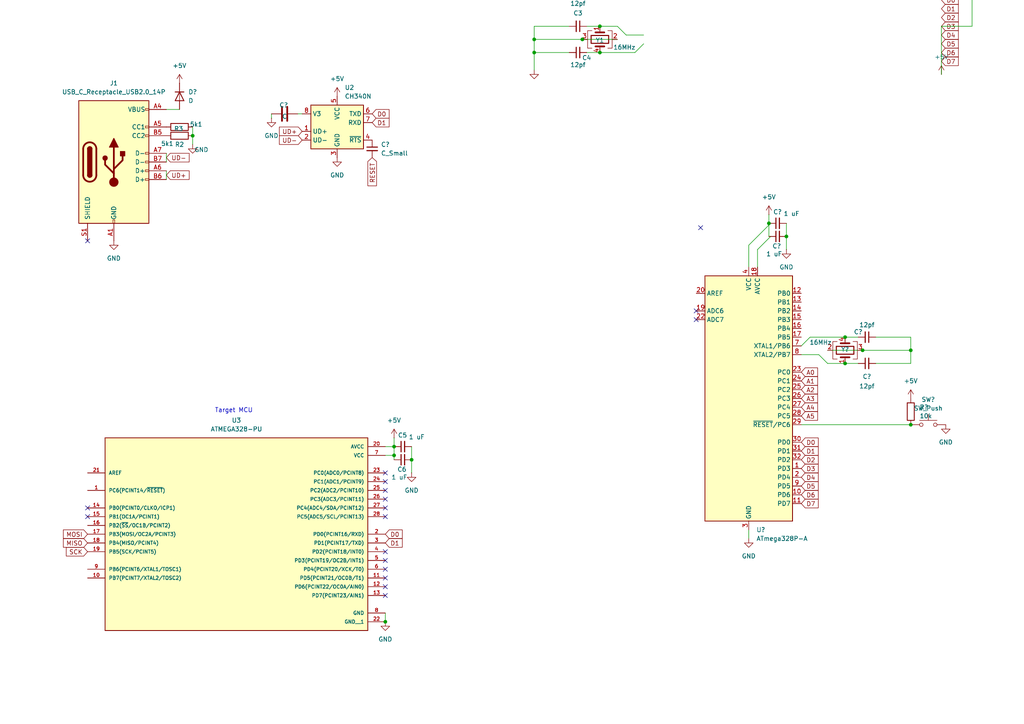
<source format=kicad_sch>
(kicad_sch (version 20231120) (generator "eeschema") (generator_version "8.0")
  (paper "A4")
  (lib_symbols
    (symbol "ATMEGA328-PU:ATMEGA328-PU" (pin_names (offset 1.016))
      (property "Reference" "U" (at -38.1 26.289 0))
      (property "Value" "ATMEGA328-PU" (at -38.1 -33.02 0))
      (symbol "ATMEGA328-PU_0_0"
        (rectangle (start -38.1 -30.48) (end 38.1 25.4) (stroke (width 0.254)) (fill (type background)))
        (pin bidirectional line (at -43.18 10.16 0) (length 5.08) (name "PC6(PCINT14/~{RESET})") (number "1"))
        (pin bidirectional line (at -43.18 -15.24 0) (length 5.08) (name "PB7(PCINT7/XTAL2/TOSC2)") (number "10"))
        (pin bidirectional line (at 43.18 -15.24 180) (length 5.08) (name "PD5(PCINT21/OC0B/T1)") (number "11"))
        (pin bidirectional line (at 43.18 -17.78 180) (length 5.08) (name "PD6(PCINT22/OC0A/AIN0)") (number "12"))
        (pin bidirectional line (at 43.18 -20.32 180) (length 5.08) (name "PD7(PCINT23/AIN1)") (number "13"))
        (pin bidirectional line (at -43.18 5.08 0) (length 5.08) (name "PB0(PCINT0/CLKO/ICP1)") (number "14"))
        (pin bidirectional line (at -43.18 2.54 0) (length 5.08) (name "PB1(OC1A/PCINT1)") (number "15"))
        (pin bidirectional line (at -43.18 0 0) (length 5.08) (name "PB2(~{SS}/OC1B/PCINT2)") (number "16"))
        (pin bidirectional line (at -43.18 -2.54 0) (length 5.08) (name "PB3(MOSI/OC2A/PCINT3)") (number "17"))
        (pin bidirectional line (at -43.18 -5.08 0) (length 5.08) (name "PB4(MISO/PCINT4)") (number "18"))
        (pin bidirectional line (at -43.18 -7.62 0) (length 5.08) (name "PB5(SCK/PCINT5)") (number "19"))
        (pin bidirectional line (at 43.18 -2.54 180) (length 5.08) (name "PD0(PCINT16/RXD)") (number "2"))
        (pin power_in line (at 43.18 22.86 180) (length 5.08) (name "AVCC") (number "20"))
        (pin input line (at -43.18 15.24 0) (length 5.08) (name "AREF") (number "21"))
        (pin power_in line (at 43.18 -27.94 180) (length 5.08) (name "GND__1") (number "22"))
        (pin bidirectional line (at 43.18 15.24 180) (length 5.08) (name "PC0(ADC0/PCINT8)") (number "23"))
        (pin bidirectional line (at 43.18 12.7 180) (length 5.08) (name "PC1(ADC1/PCINT9)") (number "24"))
        (pin bidirectional line (at 43.18 10.16 180) (length 5.08) (name "PC2(ADC2/PCINT10)") (number "25"))
        (pin bidirectional line (at 43.18 7.62 180) (length 5.08) (name "PC3(ADC3/PCINT11)") (number "26"))
        (pin bidirectional line (at 43.18 5.08 180) (length 5.08) (name "PC4(ADC4/SDA/PCINT12)") (number "27"))
        (pin bidirectional line (at 43.18 2.54 180) (length 5.08) (name "PC5(ADC5/SCL/PCINT13)") (number "28"))
        (pin bidirectional line (at 43.18 -5.08 180) (length 5.08) (name "PD1(PCINT17/TXD)") (number "3"))
        (pin bidirectional line (at 43.18 -7.62 180) (length 5.08) (name "PD2(PCINT18/INT0)") (number "4"))
        (pin bidirectional line (at 43.18 -10.16 180) (length 5.08) (name "PD3(PCINT19/OC2B/INT1)") (number "5"))
        (pin bidirectional line (at 43.18 -12.7 180) (length 5.08) (name "PD4(PCINT20/XCK/T0)") (number "6"))
        (pin power_in line (at 43.18 20.32 180) (length 5.08) (name "VCC") (number "7"))
        (pin power_in line (at 43.18 -25.4 180) (length 5.08) (name "GND") (number "8"))
        (pin bidirectional line (at -43.18 -12.7 0) (length 5.08) (name "PB6(PCINT6/XTAL1/TOSC1)") (number "9"))
      )
    )
    (symbol "Connector:USB_C_Receptacle_USB2.0_14P" (pin_names (offset 1.016))
      (property "Reference" "J" (at 0 22.225 0))
      (property "Value" "USB_C_Receptacle_USB2.0_14P" (at 0 19.685 0))
      (symbol "USB_C_Receptacle_USB2.0_14P_0_0"
        (rectangle (start -0.254 -17.78) (end 0.254 -16.764))
        (rectangle (start 10.16 -4.826) (end 9.144 -5.334))
        (rectangle (start 10.16 -2.286) (end 9.144 -2.794))
        (rectangle (start 10.16 0.254) (end 9.144 -0.254))
        (rectangle (start 10.16 2.794) (end 9.144 2.286))
        (rectangle (start 10.16 7.874) (end 9.144 7.366))
        (rectangle (start 10.16 10.414) (end 9.144 9.906))
        (rectangle (start 10.16 15.494) (end 9.144 14.986))
      )
      (symbol "USB_C_Receptacle_USB2.0_14P_0_1"
        (rectangle (start -10.16 17.78) (end 10.16 -17.78) (stroke (width 0.254)) (fill (type background)))
        (arc (start -8.89 -3.81) (mid -6.985 -5.7067) (end -5.08 -3.81) (stroke (width 0.508)))
        (arc (start -7.62 -3.81) (mid -6.985 -4.4423) (end -6.35 -3.81) (stroke (width 0.254)))
        (arc (start -7.62 -3.81) (mid -6.985 -4.4423) (end -6.35 -3.81) (stroke (width 0.254)) (fill (type outline)))
        (rectangle (start -7.62 -3.81) (end -6.35 3.81) (stroke (width 0.254)) (fill (type outline)))
        (arc (start -6.35 3.81) (mid -6.985 4.4423) (end -7.62 3.81) (stroke (width 0.254)))
        (arc (start -6.35 3.81) (mid -6.985 4.4423) (end -7.62 3.81) (stroke (width 0.254)) (fill (type outline)))
        (arc (start -5.08 3.81) (mid -6.985 5.7067) (end -8.89 3.81) (stroke (width 0.508)))
        (circle (center -2.54 1.143) (radius 0.635) (stroke (width 0.254)) (fill (type outline)))
        (circle (center 0 -5.842) (radius 1.27) (fill (type outline)))
        (polyline (pts (xy -8.89 -3.81) (xy -8.89 3.81)) (stroke (width 0.508)))
        (polyline (pts (xy -5.08 3.81) (xy -5.08 -3.81)) (stroke (width 0.508)))
        (polyline (pts (xy 0 -5.842) (xy 0 4.318)) (stroke (width 0.508)))
        (polyline (pts (xy 0 -3.302) (xy -2.54 -0.762) (xy -2.54 0.508)) (stroke (width 0.508)))
        (polyline (pts (xy 0 -2.032) (xy 2.54 0.508) (xy 2.54 1.778)) (stroke (width 0.508)))
        (polyline (pts (xy -1.27 4.318) (xy 0 6.858) (xy 1.27 4.318) (xy -1.27 4.318)) (stroke (width 0.254)) (fill (type outline)))
        (rectangle (start 1.905 1.778) (end 3.175 3.048) (stroke (width 0.254)) (fill (type outline)))
      )
      (symbol "USB_C_Receptacle_USB2.0_14P_1_1"
        (pin passive line (at 0 -22.86 90) (length 5.08) (name "GND") (number "A1"))
        (pin passive line (at 0 -22.86 90) (length 5.08) hide (name "GND") (number "A12"))
        (pin passive line (at 15.24 15.24 180) (length 5.08) (name "VBUS") (number "A4"))
        (pin bidirectional line (at 15.24 10.16 180) (length 5.08) (name "CC1") (number "A5"))
        (pin bidirectional line (at 15.24 -2.54 180) (length 5.08) (name "D+") (number "A6"))
        (pin bidirectional line (at 15.24 2.54 180) (length 5.08) (name "D-") (number "A7"))
        (pin passive line (at 15.24 15.24 180) (length 5.08) hide (name "VBUS") (number "A9"))
        (pin passive line (at 0 -22.86 90) (length 5.08) hide (name "GND") (number "B1"))
        (pin passive line (at 0 -22.86 90) (length 5.08) hide (name "GND") (number "B12"))
        (pin passive line (at 15.24 15.24 180) (length 5.08) hide (name "VBUS") (number "B4"))
        (pin bidirectional line (at 15.24 7.62 180) (length 5.08) (name "CC2") (number "B5"))
        (pin bidirectional line (at 15.24 -5.08 180) (length 5.08) (name "D+") (number "B6"))
        (pin bidirectional line (at 15.24 0 180) (length 5.08) (name "D-") (number "B7"))
        (pin passive line (at 15.24 15.24 180) (length 5.08) hide (name "VBUS") (number "B9"))
        (pin passive line (at -7.62 -22.86 90) (length 5.08) (name "SHIELD") (number "S1"))
      )
    )
    (symbol "Device:C" (pin_numbers hide) (pin_names (offset 0.254))
      (property "Reference" "C" (at 0.635 2.54 0))
      (property "Value" "C" (at 0.635 -2.54 0))
      (symbol "C_0_1"
        (polyline (pts (xy -2.032 -0.762) (xy 2.032 -0.762)) (stroke (width 0.508)))
        (polyline (pts (xy -2.032 0.762) (xy 2.032 0.762)) (stroke (width 0.508)))
      )
      (symbol "C_1_1"
        (pin passive line (at 0 3.81 270) (length 2.794) (name "~") (number "1"))
        (pin passive line (at 0 -3.81 90) (length 2.794) (name "~") (number "2"))
      )
    )
    (symbol "Device:C_Small" (pin_numbers hide) (pin_names (offset 0.254) hide)
      (property "Reference" "C" (at 0.254 1.778 0))
      (property "Value" "C_Small" (at 0.254 -2.032 0))
      (symbol "C_Small_0_1"
        (polyline (pts (xy -1.524 -0.508) (xy 1.524 -0.508)) (stroke (width 0.3302)))
        (polyline (pts (xy -1.524 0.508) (xy 1.524 0.508)) (stroke (width 0.3048)))
      )
      (symbol "C_Small_1_1"
        (pin passive line (at 0 2.54 270) (length 2.032) (name "~") (number "1"))
        (pin passive line (at 0 -2.54 90) (length 2.032) (name "~") (number "2"))
      )
    )
    (symbol "Device:Crystal_GND23" (pin_names (offset 1.016) hide)
      (property "Reference" "Y" (at 3.175 5.08 0))
      (property "Value" "Crystal_GND23" (at 3.175 3.175 0))
      (symbol "Crystal_GND23_0_1"
        (rectangle (start -1.143 2.54) (end 1.143 -2.54) (stroke (width 0.3048)))
        (polyline (pts (xy -2.54 0) (xy -2.032 0)))
        (polyline (pts (xy -2.032 -1.27) (xy -2.032 1.27)) (stroke (width 0.508)))
        (polyline (pts (xy 0 -3.81) (xy 0 -3.556)))
        (polyline (pts (xy 0 3.556) (xy 0 3.81)))
        (polyline (pts (xy 2.032 -1.27) (xy 2.032 1.27)) (stroke (width 0.508)))
        (polyline (pts (xy 2.032 0) (xy 2.54 0)))
        (polyline (pts (xy -2.54 -2.286) (xy -2.54 -3.556) (xy 2.54 -3.556) (xy 2.54 -2.286)))
        (polyline (pts (xy -2.54 2.286) (xy -2.54 3.556) (xy 2.54 3.556) (xy 2.54 2.286)))
      )
      (symbol "Crystal_GND23_1_1"
        (pin passive line (at -3.81 0 0) (length 1.27) (name "1") (number "1"))
        (pin passive line (at 0 5.08 270) (length 1.27) (name "2") (number "2"))
        (pin passive line (at 0 -5.08 90) (length 1.27) (name "3") (number "3"))
        (pin passive line (at 3.81 0 180) (length 1.27) (name "4") (number "4"))
      )
    )
    (symbol "Device:D" (pin_numbers hide) (pin_names (offset 1.016) hide)
      (property "Reference" "D" (at 0 2.54 0))
      (property "Value" "D" (at 0 -2.54 0))
      (symbol "D_0_1"
        (polyline (pts (xy -1.27 1.27) (xy -1.27 -1.27)) (stroke (width 0.254)))
        (polyline (pts (xy 1.27 0) (xy -1.27 0)))
        (polyline (pts (xy 1.27 1.27) (xy 1.27 -1.27) (xy -1.27 0) (xy 1.27 1.27)) (stroke (width 0.254)))
      )
      (symbol "D_1_1"
        (pin passive line (at -3.81 0 0) (length 2.54) (name "K") (number "1"))
        (pin passive line (at 3.81 0 180) (length 2.54) (name "A") (number "2"))
      )
    )
    (symbol "Device:R" (pin_numbers hide) (pin_names (offset 0))
      (property "Reference" "R" (at 2.032 0 90))
      (property "Value" "R" (at 0 0 90))
      (symbol "R_0_1"
        (rectangle (start -1.016 -2.54) (end 1.016 2.54) (stroke (width 0.254)))
      )
      (symbol "R_1_1"
        (pin passive line (at 0 3.81 270) (length 1.27) (name "~") (number "1"))
        (pin passive line (at 0 -3.81 90) (length 1.27) (name "~") (number "2"))
      )
    )
    (symbol "Interface_USB:CH340N"
      (property "Reference" "U" (at -7.62 6.35 0))
      (property "Value" "CH340N" (at 7.62 6.35 0))
      (symbol "CH340N_0_1"
        (rectangle (start -7.62 5.08) (end 7.62 -7.62) (stroke (width 0.254)) (fill (type background)))
      )
      (symbol "CH340N_1_1"
        (pin bidirectional line (at -10.16 -2.54 0) (length 2.54) (name "UD+") (number "1"))
        (pin bidirectional line (at -10.16 -5.08 0) (length 2.54) (name "UD-") (number "2"))
        (pin power_in line (at 0 -10.16 90) (length 2.54) (name "GND") (number "3"))
        (pin output line (at 10.16 -5.08 180) (length 2.54) (name "~{RTS}") (number "4"))
        (pin power_in line (at 0 7.62 270) (length 2.54) (name "VCC") (number "5"))
        (pin output line (at 10.16 2.54 180) (length 2.54) (name "TXD") (number "6"))
        (pin input line (at 10.16 0 180) (length 2.54) (name "RXD") (number "7"))
        (pin passive line (at -10.16 2.54 0) (length 2.54) (name "V3") (number "8"))
      )
    )
    (symbol "MCU_Microchip_ATmega:ATmega328P-A"
      (property "Reference" "U" (at -12.7 36.83 0))
      (property "Value" "ATmega328P-A" (at 2.54 -36.83 0))
      (symbol "ATmega328P-A_0_1"
        (rectangle (start -12.7 -35.56) (end 12.7 35.56) (stroke (width 0.254)) (fill (type background)))
      )
      (symbol "ATmega328P-A_1_1"
        (pin bidirectional line (at 15.24 -20.32 180) (length 2.54) (name "PD3") (number "1"))
        (pin bidirectional line (at 15.24 -27.94 180) (length 2.54) (name "PD6") (number "10"))
        (pin bidirectional line (at 15.24 -30.48 180) (length 2.54) (name "PD7") (number "11"))
        (pin bidirectional line (at 15.24 30.48 180) (length 2.54) (name "PB0") (number "12"))
        (pin bidirectional line (at 15.24 27.94 180) (length 2.54) (name "PB1") (number "13"))
        (pin bidirectional line (at 15.24 25.4 180) (length 2.54) (name "PB2") (number "14"))
        (pin bidirectional line (at 15.24 22.86 180) (length 2.54) (name "PB3") (number "15"))
        (pin bidirectional line (at 15.24 20.32 180) (length 2.54) (name "PB4") (number "16"))
        (pin bidirectional line (at 15.24 17.78 180) (length 2.54) (name "PB5") (number "17"))
        (pin power_in line (at 2.54 38.1 270) (length 2.54) (name "AVCC") (number "18"))
        (pin input line (at -15.24 25.4 0) (length 2.54) (name "ADC6") (number "19"))
        (pin bidirectional line (at 15.24 -22.86 180) (length 2.54) (name "PD4") (number "2"))
        (pin passive line (at -15.24 30.48 0) (length 2.54) (name "AREF") (number "20"))
        (pin passive line (at 0 -38.1 90) (length 2.54) hide (name "GND") (number "21"))
        (pin input line (at -15.24 22.86 0) (length 2.54) (name "ADC7") (number "22"))
        (pin bidirectional line (at 15.24 7.62 180) (length 2.54) (name "PC0") (number "23"))
        (pin bidirectional line (at 15.24 5.08 180) (length 2.54) (name "PC1") (number "24"))
        (pin bidirectional line (at 15.24 2.54 180) (length 2.54) (name "PC2") (number "25"))
        (pin bidirectional line (at 15.24 0 180) (length 2.54) (name "PC3") (number "26"))
        (pin bidirectional line (at 15.24 -2.54 180) (length 2.54) (name "PC4") (number "27"))
        (pin bidirectional line (at 15.24 -5.08 180) (length 2.54) (name "PC5") (number "28"))
        (pin bidirectional line (at 15.24 -7.62 180) (length 2.54) (name "~{RESET}/PC6") (number "29"))
        (pin power_in line (at 0 -38.1 90) (length 2.54) (name "GND") (number "3"))
        (pin bidirectional line (at 15.24 -12.7 180) (length 2.54) (name "PD0") (number "30"))
        (pin bidirectional line (at 15.24 -15.24 180) (length 2.54) (name "PD1") (number "31"))
        (pin bidirectional line (at 15.24 -17.78 180) (length 2.54) (name "PD2") (number "32"))
        (pin power_in line (at 0 38.1 270) (length 2.54) (name "VCC") (number "4"))
        (pin passive line (at 0 -38.1 90) (length 2.54) hide (name "GND") (number "5"))
        (pin passive line (at 0 38.1 270) (length 2.54) hide (name "VCC") (number "6"))
        (pin bidirectional line (at 15.24 15.24 180) (length 2.54) (name "XTAL1/PB6") (number "7"))
        (pin bidirectional line (at 15.24 12.7 180) (length 2.54) (name "XTAL2/PB7") (number "8"))
        (pin bidirectional line (at 15.24 -25.4 180) (length 2.54) (name "PD5") (number "9"))
      )
    )
    (symbol "Switch:SW_Push" (pin_numbers hide) (pin_names (offset 1.016) hide)
      (property "Reference" "SW" (at 1.27 2.54 0))
      (property "Value" "SW_Push" (at 0 -1.524 0))
      (symbol "SW_Push_0_1"
        (circle (center -2.032 0) (radius 0.508))
        (polyline (pts (xy 0 1.27) (xy 0 3.048)))
        (polyline (pts (xy 2.54 1.27) (xy -2.54 1.27)))
        (circle (center 2.032 0) (radius 0.508))
        (pin passive line (at -5.08 0 0) (length 2.54) (name "1") (number "1"))
        (pin passive line (at 5.08 0 180) (length 2.54) (name "2") (number "2"))
      )
    )
    (symbol "power:+5V" (power) (pin_numbers hide) (pin_names (offset 0) hide)
      (property "Value" "+5V" (at 0 3.556 0))
      (symbol "+5V_0_1"
        (polyline (pts (xy -0.762 1.27) (xy 0 2.54)))
        (polyline (pts (xy 0 0) (xy 0 2.54)))
        (polyline (pts (xy 0 2.54) (xy 0.762 1.27)))
      )
      (symbol "+5V_1_1"
        (pin power_in line (at 0 0 90) (length 0) (name "~") (number "1"))
      )
    )
    (symbol "power:GND" (power) (pin_numbers hide) (pin_names (offset 0) hide)
      (property "Value" "GND" (at 0 -3.81 0))
      (symbol "GND_0_1"
        (polyline (pts (xy 0 0) (xy 0 -1.27) (xy 1.27 -1.27) (xy 0 -2.54) (xy -1.27 -1.27) (xy 0 -1.27)))
      )
      (symbol "GND_1_1"
        (pin power_in line (at 0 0 270) (length 0) (name "~") (number "1"))
      )
    )
  )
  (junction (at 264.16 101.6))
  (junction (at 223.012 64.77))
  (junction (at 154.94 11.43))
  (junction (at 114.3 129.54))
  (junction (at 287.02 -22.86))
  (junction (at 167.64 -12.7))
  (junction (at 228.092 68.58))
  (junction (at 173.99 7.62))
  (junction (at 281.94 -22.86))
  (junction (at 111.76 180.34))
  (junction (at 168.91 11.43))
  (junction (at 114.3 132.08))
  (junction (at 250.19 101.6))
  (junction (at 154.94 15.24))
  (junction (at 281.94 -26.67))
  (junction (at 119.38 133.35))
  (junction (at 55.88 39.37))
  (junction (at 245.11 105.41))
  (junction (at 245.11 97.79))
  (junction (at 173.99 15.24))
  (junction (at 264.16 123.19))
  (no_connect (at 111.76 167.64))
  (no_connect (at 111.76 160.02))
  (no_connect (at 111.76 149.86))
  (no_connect (at 201.93 90.17))
  (no_connect (at 111.76 137.16))
  (no_connect (at 111.76 139.7))
  (no_connect (at 217.17 -69.85))
  (no_connect (at 203.2 66.04))
  (no_connect (at 25.4 69.85))
  (no_connect (at 111.76 172.72))
  (no_connect (at 111.76 165.1))
  (no_connect (at 111.76 170.18))
  (no_connect (at 111.76 147.32))
  (no_connect (at 25.4 147.32))
  (no_connect (at 201.93 92.71))
  (no_connect (at 111.76 162.56))
  (no_connect (at 111.76 144.78))
  (no_connect (at 25.4 149.86))
  (no_connect (at 111.76 142.24))
  (wire (pts (xy 179.07 11.43) (xy 168.91 11.43)))
  (wire (pts (xy 223.012 62.23) (xy 223.012 64.77)))
  (wire (pts (xy 228.092 68.58) (xy 228.092 72.39)))
  (wire (pts (xy 86.36 33.02) (xy 87.63 33.02)))
  (wire (pts (xy 111.76 177.8) (xy 111.76 180.34)))
  (wire (pts (xy 245.11 105.41) (xy 248.92 105.41)))
  (wire (pts (xy 114.3 132.08) (xy 114.3 133.35)))
  (wire (pts (xy 234.95 97.79) (xy 232.41 100.33)))
  (wire (pts (xy 184.15 15.24) (xy 186.69 12.7)))
  (wire (pts (xy 165.1 7.62) (xy 154.94 7.62)))
  (wire (pts (xy 223.52 64.77) (xy 217.17 71.12)))
  (wire (pts (xy 219.71 72.39) (xy 219.71 77.47)))
  (wire (pts (xy 119.38 133.35) (xy 119.38 137.16)))
  (wire (pts (xy 179.07 7.62) (xy 181.61 10.16)))
  (wire (pts (xy 78.74 34.29) (xy 78.74 33.02)))
  (wire (pts (xy 55.88 39.37) (xy 55.88 41.91)))
  (wire (pts (xy 173.99 7.62) (xy 170.18 7.62)))
  (wire (pts (xy 114.3 129.54) (xy 114.3 132.08)))
  (wire (pts (xy 154.94 7.62) (xy 154.94 11.43)))
  (wire (pts (xy 167.64 -12.7) (xy 186.69 -12.7)))
  (wire (pts (xy 147.32 -12.7) (xy 167.64 -12.7)))
  (wire (pts (xy 287.02 -26.67) (xy 287.02 -22.86)))
  (wire (pts (xy 228.092 64.77) (xy 228.092 68.58)))
  (wire (pts (xy 245.11 97.79) (xy 234.95 97.79)))
  (wire (pts (xy 154.94 20.32) (xy 154.94 15.24)))
  (wire (pts (xy 48.26 44.45) (xy 48.26 46.99)))
  (wire (pts (xy 250.19 101.6) (xy 264.16 101.6)))
  (wire (pts (xy 281.94 -26.67) (xy 281.94 -22.86)))
  (wire (pts (xy 273.05 7.62) (xy 273.05 21.59)))
  (wire (pts (xy 240.03 105.41) (xy 237.49 102.87)))
  (wire (pts (xy 223.012 64.77) (xy 223.012 68.58)))
  (wire (pts (xy 173.99 15.24) (xy 184.15 15.24)))
  (wire (pts (xy 48.26 31.75) (xy 52.07 31.75)))
  (wire (pts (xy 245.11 105.41) (xy 240.03 105.41)))
  (wire (pts (xy 281.94 7.62) (xy 273.05 7.62)))
  (wire (pts (xy 281.94 -22.86) (xy 281.94 7.62)))
  (wire (pts (xy 168.91 11.43) (xy 154.94 11.43)))
  (wire (pts (xy 48.26 49.53) (xy 48.26 52.07)))
  (wire (pts (xy 223.52 68.58) (xy 219.71 72.39)))
  (wire (pts (xy 119.38 129.54) (xy 119.38 133.35)))
  (wire (pts (xy 165.1 15.24) (xy 154.94 15.24)))
  (wire (pts (xy 245.11 97.79) (xy 248.92 97.79)))
  (wire (pts (xy 273.05 -22.86) (xy 281.94 -22.86)))
  (wire (pts (xy 273.05 -25.4) (xy 280.67 -25.4)))
  (wire (pts (xy 280.67 -25.4) (xy 281.94 -26.67)))
  (wire (pts (xy 173.99 15.24) (xy 170.18 15.24)))
  (wire (pts (xy 114.3 127) (xy 114.3 129.54)))
  (wire (pts (xy 287.02 -22.86) (xy 287.02 -19.05)))
  (wire (pts (xy 173.99 7.62) (xy 179.07 7.62)))
  (wire (pts (xy 181.61 10.16) (xy 186.69 10.16)))
  (wire (pts (xy 237.49 102.87) (xy 232.41 102.87)))
  (wire (pts (xy 111.76 129.54) (xy 114.3 129.54)))
  (wire (pts (xy 217.17 71.12) (xy 217.17 77.47)))
  (wire (pts (xy 254 105.41) (xy 264.16 105.41)))
  (wire (pts (xy 264.16 105.41) (xy 264.16 101.6)))
  (wire (pts (xy 240.03 101.6) (xy 250.19 101.6)))
  (wire (pts (xy 254 97.79) (xy 264.16 97.79)))
  (wire (pts (xy 55.88 36.83) (xy 55.88 39.37)))
  (wire (pts (xy 217.17 153.67) (xy 217.17 156.21)))
  (wire (pts (xy 232.41 123.19) (xy 264.16 123.19)))
  (wire (pts (xy 111.76 132.08) (xy 114.3 132.08)))
  (wire (pts (xy 264.16 101.6) (xy 264.16 97.79)))
  (wire (pts (xy 154.94 11.43) (xy 154.94 15.24)))
  (text "Target MCU" (at 67.818 119.126 0) (effects (font (size 1.27 1.27))))
  (global_label "D6" (shape input) (at 273.05 15.24 0) (property "Intersheetrefs" "${INTERSHEET_REFS}" (effects (hide yes))))
  (global_label "UD+" (shape input) (at 48.26 50.8 0) (property "Intersheetrefs" "${INTERSHEET_REFS}" (effects (hide yes))))
  (global_label "RESET" (shape input) (at 107.95 45.72 270) (property "Intersheetrefs" "${INTERSHEET_REFS}" (effects (hide yes))))
  (global_label "A2" (shape input) (at 232.41 113.03 0) (property "Intersheetrefs" "${INTERSHEET_REFS}" (effects (hide yes))))
  (global_label "D5" (shape input) (at 232.41 140.97 0) (property "Intersheetrefs" "${INTERSHEET_REFS}" (effects (hide yes))))
  (global_label "UD-" (shape input) (at 48.26 45.72 0) (property "Intersheetrefs" "${INTERSHEET_REFS}" (effects (hide yes))))
  (global_label "D7" (shape input) (at 232.41 146.05 0) (property "Intersheetrefs" "${INTERSHEET_REFS}" (effects (hide yes))))
  (global_label "UD-" (shape input) (at 87.63 40.64 180) (property "Intersheetrefs" "${INTERSHEET_REFS}" (effects (hide yes))))
  (global_label "A3" (shape input) (at 273.05 -10.16 0) (property "Intersheetrefs" "${INTERSHEET_REFS}" (effects (hide yes))))
  (global_label "A1" (shape input) (at 273.05 -15.24 0) (property "Intersheetrefs" "${INTERSHEET_REFS}" (effects (hide yes))))
  (global_label "D7" (shape input) (at 273.05 17.78 0) (property "Intersheetrefs" "${INTERSHEET_REFS}" (effects (hide yes))))
  (global_label "A0" (shape input) (at 232.41 107.95 0) (property "Intersheetrefs" "${INTERSHEET_REFS}" (effects (hide yes))))
  (global_label "A1" (shape input) (at 232.41 110.49 0) (property "Intersheetrefs" "${INTERSHEET_REFS}" (effects (hide yes))))
  (global_label "MISO" (shape input) (at 25.4 157.48 180) (property "Intersheetrefs" "${INTERSHEET_REFS}" (effects (hide yes))))
  (global_label "D0" (shape input) (at 111.76 154.94 0) (property "Intersheetrefs" "${INTERSHEET_REFS}" (effects (hide yes))))
  (global_label "A4" (shape input) (at 273.05 -7.62 0) (property "Intersheetrefs" "${INTERSHEET_REFS}" (effects (hide yes))))
  (global_label "D4" (shape input) (at 232.41 138.43 0) (property "Intersheetrefs" "${INTERSHEET_REFS}" (effects (hide yes))))
  (global_label "A5" (shape input) (at 273.05 -5.08 0) (property "Intersheetrefs" "${INTERSHEET_REFS}" (effects (hide yes))))
  (global_label "A0" (shape input) (at 273.05 -17.78 0) (property "Intersheetrefs" "${INTERSHEET_REFS}" (effects (hide yes))))
  (global_label "D1" (shape input) (at 111.76 157.48 0) (property "Intersheetrefs" "${INTERSHEET_REFS}" (effects (hide yes))))
  (global_label "D3" (shape input) (at 273.05 7.62 0) (property "Intersheetrefs" "${INTERSHEET_REFS}" (effects (hide yes))))
  (global_label "D0" (shape input) (at 232.41 128.27 0) (property "Intersheetrefs" "${INTERSHEET_REFS}" (effects (hide yes))))
  (global_label "D1" (shape input) (at 107.95 35.56 0) (property "Intersheetrefs" "${INTERSHEET_REFS}" (effects (hide yes))))
  (global_label "D2" (shape input) (at 232.41 133.35 0) (property "Intersheetrefs" "${INTERSHEET_REFS}" (effects (hide yes))))
  (global_label "D0" (shape input) (at 273.05 0 0) (property "Intersheetrefs" "${INTERSHEET_REFS}" (effects (hide yes))))
  (global_label "D6" (shape input) (at 232.41 143.51 0) (property "Intersheetrefs" "${INTERSHEET_REFS}" (effects (hide yes))))
  (global_label "A2" (shape input) (at 273.05 -12.7 0) (property "Intersheetrefs" "${INTERSHEET_REFS}" (effects (hide yes))))
  (global_label "D3" (shape input) (at 232.41 135.89 0) (property "Intersheetrefs" "${INTERSHEET_REFS}" (effects (hide yes))))
  (global_label "A3" (shape input) (at 232.41 115.57 0) (property "Intersheetrefs" "${INTERSHEET_REFS}" (effects (hide yes))))
  (global_label "RESET" (shape input) (at 135.89 -13.97 180) (property "Intersheetrefs" "${INTERSHEET_REFS}" (effects (hide yes))))
  (global_label "UD+" (shape input) (at 87.63 38.1 180) (property "Intersheetrefs" "${INTERSHEET_REFS}" (effects (hide yes))))
  (global_label "D1" (shape input) (at 273.05 2.54 0) (property "Intersheetrefs" "${INTERSHEET_REFS}" (effects (hide yes))))
  (global_label "MOSI" (shape input) (at 25.4 154.94 180) (property "Intersheetrefs" "${INTERSHEET_REFS}" (effects (hide yes))))
  (global_label "D4" (shape input) (at 273.05 10.16 0) (property "Intersheetrefs" "${INTERSHEET_REFS}" (effects (hide yes))))
  (global_label "D5" (shape input) (at 273.05 12.7 0) (property "Intersheetrefs" "${INTERSHEET_REFS}" (effects (hide yes))))
  (global_label "A4" (shape input) (at 232.41 118.11 0) (property "Intersheetrefs" "${INTERSHEET_REFS}" (effects (hide yes))))
  (global_label "D0" (shape input) (at 107.95 33.02 0) (property "Intersheetrefs" "${INTERSHEET_REFS}" (effects (hide yes))))
  (global_label "A5" (shape input) (at 232.41 120.65 0) (property "Intersheetrefs" "${INTERSHEET_REFS}" (effects (hide yes))))
  (global_label "SCK" (shape input) (at 25.4 160.02 180) (property "Intersheetrefs" "${INTERSHEET_REFS}" (effects (hide yes))))
  (global_label "D1" (shape input) (at 232.41 130.81 0) (property "Intersheetrefs" "${INTERSHEET_REFS}" (effects (hide yes))))
  (global_label "D2" (shape input) (at 273.05 5.08 0) (property "Intersheetrefs" "${INTERSHEET_REFS}" (effects (hide yes))))
  (symbol (lib_id "Device:C_Small") (at 167.64 7.62 270) (unit 1)
    (property "Reference" "C3" (at 167.64 3.81 90))
    (property "Value" "12pf" (at 167.64 1.016 90))
    (property "Description" "Unpolarized capacitor, small symbol" (effects (hide yes)))
  )
  (symbol (lib_id "Device:R") (at 52.07 36.83 90) (unit 1)
    (property "Reference" "R3" (at 51.816 37.338 90))
    (property "Value" "5k1" (at 56.896 36.068 90))
    (property "Description" "Resistor" (effects (hide yes)))
  )
  (symbol (lib_id "power:GND") (at 33.02 69.85 0) (unit 1)
    (property "Reference" "#PWR06" (effects (hide yes)))
    (property "Value" "GND" (at 33.02 74.93 0))
    (property "Description" "Power symbol creates a global label with name \"GND\" , ground" (effects (hide yes)))
  )
  (symbol (lib_id "power:GND") (at 217.17 156.21 0) (unit 1)
    (property "Reference" "#PWR03" (effects (hide yes)))
    (property "Value" "GND" (at 217.17 161.29 0))
    (property "Description" "Power symbol creates a global label with name \"GND\" , ground" (effects (hide yes)))
  )
  (symbol (lib_id "Device:C_Small") (at 167.64 15.24 90) (unit 1)
    (property "Reference" "C4" (at 170.18 16.764 90))
    (property "Value" "12pf" (at 167.64 18.796 90))
    (property "Description" "Unpolarized capacitor, small symbol" (effects (hide yes)))
  )
  (symbol (lib_id "Device:C_Small") (at 284.48 -26.67 90) (unit 1)
    (property "Reference" "C1" (at 285.75 -29.972 90) (effects (justify left)))
    (property "Value" "1 uF" (at 290.83 -29.464 90) (effects (justify left)))
    (property "Description" "Unpolarized capacitor, small symbol" (effects (hide yes)))
  )
  (symbol (lib_id "power:+5V") (at 52.07 24.13 0) (unit 1)
    (property "Reference" "#PWR07" (effects (hide yes)))
    (property "Value" "+5V" (at 52.07 19.05 0))
    (property "Description" "Power symbol creates a global label with name \"+5V\"" (effects (hide yes)))
  )
  (symbol (lib_id "power:GND") (at 55.88 41.91 0) (unit 1)
    (property "Reference" "#PWR08" (effects (hide yes)))
    (property "Value" "GND" (at 58.42 43.434 0))
    (property "Description" "Power symbol creates a global label with name \"GND\" , ground" (effects (hide yes)))
  )
  (symbol (lib_id "power:GND") (at 78.74 34.29 0) (unit 1)
    (property "Reference" "#PWR09" (effects (hide yes)))
    (property "Value" "GND" (at 78.74 39.37 0))
    (property "Description" "Power symbol creates a global label with name \"GND\" , ground" (effects (hide yes)))
  )
  (symbol (lib_id "power:GND") (at 274.32 123.19 0) (unit 1)
    (property "Reference" "#PWR018" (effects (hide yes)))
    (property "Value" "GND" (at 274.32 128.27 0))
    (property "Description" "Power symbol creates a global label with name \"GND\" , ground" (effects (hide yes)))
  )
  (symbol (lib_id "Device:C_Small") (at 107.95 43.18 0) (unit 1)
    (property "Reference" "C?" (at 110.49 41.9162 0) (effects (justify left)))
    (property "Value" "C_Small" (at 110.49 44.4562 0) (effects (justify left)))
    (property "Description" "Unpolarized capacitor, small symbol" (effects (hide yes)))
  )
  (symbol (lib_id "Device:R") (at 167.64 -16.51 0) (unit 1)
    (property "Reference" "R1" (at 170.18 -17.7801 0) (effects (justify left)))
    (property "Value" "10k" (at 170.18 -15.2401 0) (effects (justify left)))
    (property "Description" "Resistor" (effects (hide yes)))
  )
  (symbol (lib_id "ATMEGA328-PU:ATMEGA328-PU") (at 68.58 152.4 0) (unit 1)
    (property "Reference" "U3" (at 68.58 121.92 0))
    (property "Value" "ATMEGA328-PU" (at 68.58 124.46 0))
    (property "Footprint" "ATMEGA328-PU:DIP787W46P254L3467H508Q28" (effects (hide yes)))
    (property "MF" "Microchip Technology" (effects (hide yes)))
    (property "MAXIMUM_PACKAGE_HEIGHT" "5.08 mm" (effects (hide yes)))
    (property "Package" "DIP-28 Microchip Technology" (effects (hide yes)))
    (property "Price" "None" (effects (hide yes)))
    (property "Check_prices" "https://www.snapeda.com/parts/ATMEGA328-PU/Microchip/view-part/?ref=eda" (effects (hide yes)))
    (property "STANDARD" "IPC 7351B" (effects (hide yes)))
    (property "PARTREV" "B" (effects (hide yes)))
    (property "SnapEDA_Link" "https://www.snapeda.com/parts/ATMEGA328-PU/Microchip/view-part/?ref=snap" (effects (hide yes)))
    (property "MP" "ATMEGA328-PU" (effects (hide yes)))
    (property "Description_1" "\nAVR AVR® ATmega Microcontroller IC 8-Bit 20MHz 32KB (16K x 16) FLASH 28-PDIP\n" (effects (hide yes)))
    (property "Availability" "In Stock" (effects (hide yes)))
    (property "MANUFACTURER" "Microchip Technology" (effects (hide yes)))
  )
  (symbol (lib_id "Interface_USB:CH340N") (at 97.79 35.56 0) (unit 1)
    (property "Reference" "U2" (at 99.9841 25.4 0) (effects (justify left)))
    (property "Value" "CH340N" (at 99.9841 27.94 0) (effects (justify left)))
    (property "Footprint" "Package_SO:SOP-8_3.9x4.9mm_P1.27mm" (effects (hide yes)))
    (property "Datasheet" "https://aitendo3.sakura.ne.jp/aitendo_data/product_img/ic/inteface/CH340N/ch340n.pdf" (effects (hide yes)))
    (property "Description" "USB serial converter, 2Mbps, UART, SOP-8" (effects (hide yes)))
  )
  (symbol (lib_id "power:+5V") (at 264.16 115.57 0) (unit 1)
    (property "Reference" "#PWR017" (effects (hide yes)))
    (property "Value" "+5V" (at 264.16 110.49 0))
    (property "Description" "Power symbol creates a global label with name \"+5V\"" (effects (hide yes)))
  )
  (symbol (lib_id "power:+5V") (at 97.79 27.94 0) (unit 1)
    (property "Reference" "#PWR05" (effects (hide yes)))
    (property "Value" "+5V" (at 97.79 22.86 0))
    (property "Description" "Power symbol creates a global label with name \"+5V\"" (effects (hide yes)))
  )
  (symbol (lib_id "power:GND") (at 137.16 -12.7 0) (unit 1)
    (property "Reference" "#PWR012" (effects (hide yes)))
    (property "Value" "GND" (at 137.16 -7.62 0))
    (property "Description" "Power symbol creates a global label with name \"GND\" , ground" (effects (hide yes)))
  )
  (symbol (lib_id "Device:C_Small") (at 116.84 129.54 90) (unit 1)
    (property "Reference" "C5" (at 118.11 126.238 90) (effects (justify left)))
    (property "Value" "1 uF" (at 123.19 126.746 90) (effects (justify left)))
    (property "Description" "Unpolarized capacitor, small symbol" (effects (hide yes)))
  )
  (symbol (lib_id "power:GND") (at 228.092 72.39 0) (unit 1)
    (property "Reference" "#PWR019" (effects (hide yes)))
    (property "Value" "GND" (at 228.092 77.47 0))
    (property "Description" "Power symbol creates a global label with name \"GND\" , ground" (effects (hide yes)))
  )
  (symbol (lib_id "power:+5V") (at 167.64 -20.32 0) (unit 1)
    (property "Reference" "#PWR011" (effects (hide yes)))
    (property "Value" "+5V" (at 167.64 -25.4 0))
    (property "Description" "Power symbol creates a global label with name \"+5V\"" (effects (hide yes)))
  )
  (symbol (lib_id "Device:C_Small") (at 251.46 105.41 90) (unit 1)
    (property "Reference" "C?" (at 251.46 109.22 90))
    (property "Value" "12pf" (at 251.46 112.014 90))
    (property "Description" "Unpolarized capacitor, small symbol" (effects (hide yes)))
  )
  (symbol (lib_id "Connector:USB_C_Receptacle_USB2.0_14P") (at 33.02 46.99 0) (unit 1)
    (property "Reference" "J1" (at 33.02 24.13 0))
    (property "Value" "USB_C_Receptacle_USB2.0_14P" (at 33.02 26.67 0))
    (property "Datasheet" "https://www.usb.org/sites/default/files/documents/usb_type-c.zip" (effects (hide yes)))
    (property "Description" "USB 2.0-only 14P Type-C Receptacle connector" (effects (hide yes)))
  )
  (symbol (lib_id "Switch:SW_Push") (at 142.24 -12.7 0) (unit 1)
    (property "Reference" "SW1" (at 142.24 -20.32 0))
    (property "Value" "SW_Push" (at 142.24 -17.78 0))
    (property "Description" "Push button switch, generic, two pins" (effects (hide yes)))
  )
  (symbol (lib_id "Device:C_Small") (at 225.552 68.58 90) (unit 1)
    (property "Reference" "C?" (at 225.298 71.374 90))
    (property "Value" "1 uF" (at 224.536 73.66 90))
    (property "Description" "Unpolarized capacitor, small symbol" (effects (hide yes)))
  )
  (symbol (lib_id "Device:C_Small") (at 284.48 -22.86 90) (unit 1)
    (property "Reference" "C2" (at 284.226 -20.066 90))
    (property "Value" "1 uF" (at 283.464 -17.78 90))
    (property "Description" "Unpolarized capacitor, small symbol" (effects (hide yes)))
  )
  (symbol (lib_id "Device:C_Small") (at 116.84 133.35 90) (unit 1)
    (property "Reference" "C6" (at 116.586 136.144 90))
    (property "Value" "1 uF" (at 115.824 138.43 90))
    (property "Description" "Unpolarized capacitor, small symbol" (effects (hide yes)))
  )
  (symbol (lib_id "power:GND") (at 97.79 45.72 0) (unit 1)
    (property "Reference" "#PWR04" (effects (hide yes)))
    (property "Value" "GND" (at 97.79 50.8 0))
    (property "Description" "Power symbol creates a global label with name \"GND\" , ground" (effects (hide yes)))
  )
  (symbol (lib_id "Device:R") (at 52.07 39.37 90) (unit 1)
    (property "Reference" "R2" (at 52.07 41.91 90))
    (property "Value" "5k1" (at 48.514 41.656 90))
    (property "Description" "Resistor" (effects (hide yes)))
  )
  (symbol (lib_id "Device:R") (at 264.16 119.38 0) (unit 1)
    (property "Reference" "R?" (at 266.7 118.1099 0) (effects (justify left)))
    (property "Value" "10k" (at 266.7 120.6499 0) (effects (justify left)))
    (property "Description" "Resistor" (effects (hide yes)))
  )
  (symbol (lib_id "Device:Crystal_GND23") (at 245.11 101.6 90) (unit 1)
    (property "Reference" "Y?" (at 245.11 101.346 90))
    (property "Value" "16MHz" (at 237.998 99.314 90))
    (property "Description" "Four pin crystal, GND on pins 2 and 3" (effects (hide yes)))
  )
  (symbol (lib_id "power:GND") (at 154.94 20.32 0) (unit 1)
    (property "Reference" "#PWR010" (effects (hide yes)))
    (property "Value" "GND" (effects (hide yes)))
    (property "Description" "Power symbol creates a global label with name \"GND\" , ground" (effects (hide yes)))
  )
  (symbol (lib_id "Switch:SW_Push") (at 269.24 123.19 0) (unit 1)
    (property "Reference" "SW?" (at 269.24 115.8875 0))
    (property "Value" "SW_Push" (at 269.24 118.4275 0))
    (property "Description" "Push button switch, generic, two pins" (effects (hide yes)))
  )
  (symbol (lib_id "power:+5V") (at 114.3 127 0) (unit 1)
    (property "Reference" "#PWR014" (effects (hide yes)))
    (property "Value" "+5V" (at 114.3 121.92 0))
    (property "Description" "Power symbol creates a global label with name \"+5V\"" (effects (hide yes)))
  )
  (symbol (lib_id "Device:D") (at 52.07 27.94 270) (unit 1)
    (property "Reference" "D?" (at 54.61 26.6699 90) (effects (justify left)))
    (property "Value" "D" (at 54.61 29.2099 90) (effects (justify left)))
    (property "Description" "Diode" (effects (hide yes)))
    (property "Sim.Device" "D" (effects (hide yes)))
    (property "Sim.Pins" "1=K 2=A" (effects (hide yes)))
  )
  (symbol (lib_id "power:+5V") (at 273.05 21.59 0) (unit 1)
    (property "Reference" "#PWR01" (effects (hide yes)))
    (property "Value" "+5V" (at 273.05 16.51 0))
    (property "Description" "Power symbol creates a global label with name \"+5V\"" (effects (hide yes)))
  )
  (symbol (lib_id "Device:C_Small") (at 251.46 97.79 270) (unit 1)
    (property "Reference" "C?" (at 248.92 96.266 90))
    (property "Value" "12pf" (at 251.46 94.234 90))
    (property "Description" "Unpolarized capacitor, small symbol" (effects (hide yes)))
  )
  (symbol (lib_id "Device:C") (at 82.55 33.02 270) (unit 1)
    (property "Reference" "C?" (at 82.296 30.48 90))
    (property "Value" "C" (at 82.55 33.782 90))
    (property "Description" "Unpolarized capacitor" (effects (hide yes)))
  )
  (symbol (lib_id "power:+5V") (at 223.012 62.23 0) (unit 1)
    (property "Reference" "#PWR016" (effects (hide yes)))
    (property "Value" "+5V" (at 223.012 57.15 0))
    (property "Description" "Power symbol creates a global label with name \"+5V\"" (effects (hide yes)))
  )
  (symbol (lib_id "power:GND") (at 287.02 -19.05 0) (unit 1)
    (property "Reference" "#PWR02" (effects (hide yes)))
    (property "Value" "GND" (at 287.02 -13.97 0))
    (property "Description" "Power symbol creates a global label with name \"GND\" , ground" (effects (hide yes)))
  )
  (symbol (lib_id "power:GND") (at 111.76 180.34 0) (unit 1)
    (property "Reference" "#PWR013" (effects (hide yes)))
    (property "Value" "GND" (at 111.76 185.42 0))
    (property "Description" "Power symbol creates a global label with name \"GND\" , ground" (effects (hide yes)))
  )
  (symbol (lib_id "MCU_Microchip_ATmega:ATmega328P-A") (at 217.17 115.57 0) (unit 1)
    (property "Reference" "U?" (at 219.3641 153.67 0) (effects (justify left)))
    (property "Value" "ATmega328P-A" (at 219.3641 156.21 0) (effects (justify left)))
    (property "Footprint" "Package_QFP:TQFP-32_7x7mm_P0.8mm" (effects (hide yes)))
    (property "Datasheet" "http://ww1.microchip.com/downloads/en/DeviceDoc/ATmega328_P%20AVR%20MCU%20with%20picoPower%20Technology%20Data%20Sheet%2040001984A.pdf" (effects (hide yes)))
    (property "Description" "20MHz, 32kB Flash, 2kB SRAM, 1kB EEPROM, TQFP-32" (effects (hide yes)))
  )
  (symbol (lib_id "Device:Crystal_GND23") (at 173.99 11.43 270) (unit 1)
    (property "Reference" "Y1" (at 173.99 11.684 90))
    (property "Value" "16MHz" (at 181.102 13.716 90))
    (property "Description" "Four pin crystal, GND on pins 2 and 3" (effects (hide yes)))
  )
  (symbol (lib_id "power:GND") (at 119.38 137.16 0) (unit 1)
    (property "Reference" "#PWR015" (effects (hide yes)))
    (property "Value" "GND" (at 119.38 142.24 0))
    (property "Description" "Power symbol creates a global label with name \"GND\" , ground" (effects (hide yes)))
  )
  (symbol (lib_id "Device:C_Small") (at 225.552 64.77 90) (unit 1)
    (property "Reference" "C?" (at 226.822 61.468 90) (effects (justify left)))
    (property "Value" "1 uF" (at 231.902 61.976 90) (effects (justify left)))
    (property "Description" "Unpolarized capacitor, small symbol" (effects (hide yes)))
  )
)
</source>
